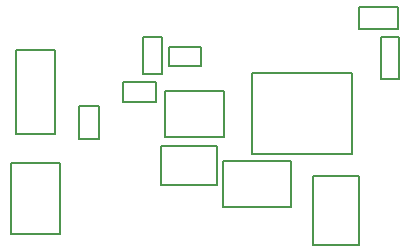
<source format=gbr>
%TF.GenerationSoftware,Altium Limited,Altium Designer,24.7.2 (38)*%
G04 Layer_Color=32768*
%FSLAX45Y45*%
%MOMM*%
%TF.SameCoordinates,665F1D1F-C803-44D7-9F74-9D0A5895F251*%
%TF.FilePolarity,Positive*%
%TF.FileFunction,Other,Top_Courtyard*%
%TF.Part,Single*%
G01*
G75*
%TA.AperFunction,NonConductor*%
%ADD30C,0.20000*%
D30*
X11541894Y6134394D02*
X11873107D01*
X11541894D02*
Y6320607D01*
X11873107D01*
Y6134394D02*
Y6320607D01*
X11722500Y5715000D02*
Y6065000D01*
X11877500D01*
Y5715000D02*
Y6065000D01*
X11722500Y5715000D02*
X11877500D01*
X11540208Y4307325D02*
Y4887636D01*
X11149792Y4307325D02*
X11540208D01*
X11149792D02*
Y4887636D01*
X11540208D01*
X10636650Y5764600D02*
X11482150D01*
Y5072200D02*
Y5764600D01*
X10636650Y5072200D02*
X11482150D01*
X10636650D02*
Y5764600D01*
X9929503Y5820000D02*
X10200325D01*
X9929503D02*
Y5980000D01*
X10200325D01*
Y5820000D02*
Y5980000D01*
X9710000Y5757500D02*
Y6067500D01*
X9875000D01*
Y5757500D02*
Y6067500D01*
X9710000Y5757500D02*
X9875000D01*
X8592500Y4398000D02*
Y5002000D01*
X9007500D01*
Y4398000D02*
Y5002000D01*
X8592500Y4398000D02*
X9007500D01*
X9896465Y5613400D02*
X10393535D01*
Y5223400D02*
Y5613400D01*
X9896465Y5223400D02*
X10393535D01*
X9896465D02*
Y5613400D01*
X9540000Y5685000D02*
X9820000D01*
Y5515000D02*
Y5685000D01*
X9540000Y5515000D02*
X9820000D01*
X9540000D02*
Y5685000D01*
X9335000Y5200000D02*
Y5480000D01*
X9165000Y5200000D02*
X9335000D01*
X9165000D02*
Y5480000D01*
X9335000D01*
X10384844Y4629792D02*
X10965156D01*
X10384844D02*
Y5020208D01*
X10965156D01*
Y4629792D02*
Y5020208D01*
X9859844Y5140208D02*
X10340156D01*
Y4809792D02*
Y5140208D01*
X9859844Y4809792D02*
X10340156D01*
X9859844D02*
Y5140208D01*
X8632520Y5952900D02*
X8967480D01*
X8632520Y5247100D02*
Y5952900D01*
Y5247100D02*
X8967480D01*
Y5952900D01*
%TF.MD5,c0db81404f0d3ce4ef1521ffbce12d39*%
M02*

</source>
